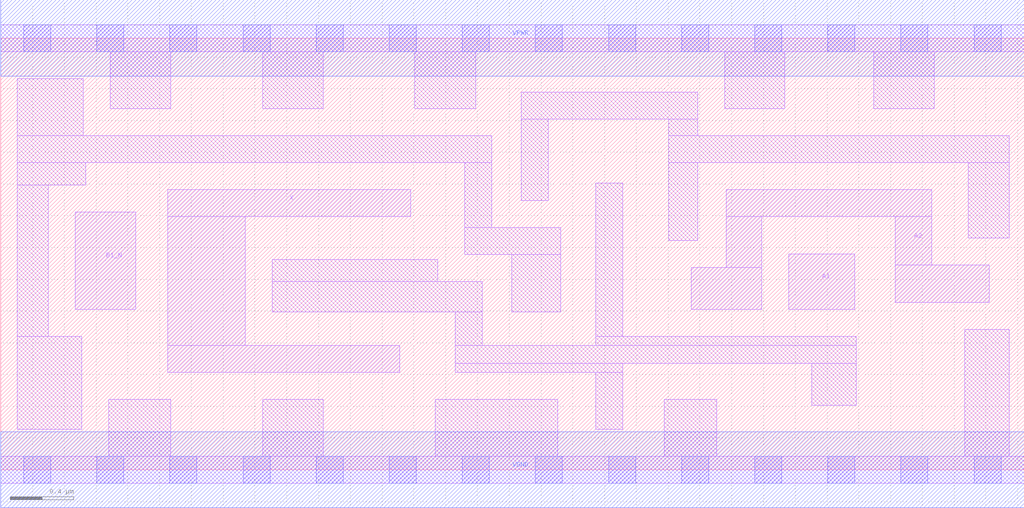
<source format=lef>
# Copyright 2020 The SkyWater PDK Authors
#
# Licensed under the Apache License, Version 2.0 (the "License");
# you may not use this file except in compliance with the License.
# You may obtain a copy of the License at
#
#     https://www.apache.org/licenses/LICENSE-2.0
#
# Unless required by applicable law or agreed to in writing, software
# distributed under the License is distributed on an "AS IS" BASIS,
# WITHOUT WARRANTIES OR CONDITIONS OF ANY KIND, either express or implied.
# See the License for the specific language governing permissions and
# limitations under the License.
#
# SPDX-License-Identifier: Apache-2.0

VERSION 5.7 ;
  NAMESCASESENSITIVE ON ;
  NOWIREEXTENSIONATPIN ON ;
  DIVIDERCHAR "/" ;
  BUSBITCHARS "[]" ;
UNITS
  DATABASE MICRONS 200 ;
END UNITS
PROPERTYDEFINITIONS
  MACRO maskLayoutSubType STRING ;
  MACRO prCellType STRING ;
  MACRO originalViewName STRING ;
END PROPERTYDEFINITIONS
MACRO sky130_fd_sc_hdll__a21bo_4
  CLASS CORE ;
  FOREIGN sky130_fd_sc_hdll__a21bo_4 ;
  ORIGIN  0.000000  0.000000 ;
  SIZE  6.440000 BY  2.720000 ;
  SYMMETRY X Y R90 ;
  SITE unithd ;
  PIN A1
    ANTENNAGATEAREA  0.555000 ;
    DIRECTION INPUT ;
    USE SIGNAL ;
    PORT
      LAYER li1 ;
        RECT 4.960000 1.010000 5.375000 1.360000 ;
    END
  END A1
  PIN A2
    ANTENNAGATEAREA  0.555000 ;
    DIRECTION INPUT ;
    USE SIGNAL ;
    PORT
      LAYER li1 ;
        RECT 4.345000 1.010000 4.790000 1.275000 ;
        RECT 4.565000 1.275000 4.790000 1.595000 ;
        RECT 4.565000 1.595000 5.860000 1.765000 ;
        RECT 5.630000 1.055000 6.220000 1.290000 ;
        RECT 5.630000 1.290000 5.860000 1.595000 ;
    END
  END A2
  PIN B1_N
    ANTENNAGATEAREA  0.277500 ;
    DIRECTION INPUT ;
    USE SIGNAL ;
    PORT
      LAYER li1 ;
        RECT 0.470000 1.010000 0.850000 1.625000 ;
    END
  END B1_N
  PIN VGND
    ANTENNADIFFAREA  1.423500 ;
    DIRECTION INOUT ;
    USE SIGNAL ;
    PORT
      LAYER met1 ;
        RECT 0.000000 -0.240000 6.440000 0.240000 ;
    END
  END VGND
  PIN VPWR
    ANTENNADIFFAREA  1.470000 ;
    DIRECTION INOUT ;
    USE SIGNAL ;
    PORT
      LAYER met1 ;
        RECT 0.000000 2.480000 6.440000 2.960000 ;
    END
  END VPWR
  PIN X
    ANTENNADIFFAREA  1.029000 ;
    DIRECTION OUTPUT ;
    USE SIGNAL ;
    PORT
      LAYER li1 ;
        RECT 1.050000 0.615000 2.510000 0.785000 ;
        RECT 1.050000 0.785000 1.540000 1.595000 ;
        RECT 1.050000 1.595000 2.580000 1.765000 ;
    END
  END X
  OBS
    LAYER li1 ;
      RECT 0.000000 -0.085000 6.440000 0.085000 ;
      RECT 0.000000  2.635000 6.440000 2.805000 ;
      RECT 0.105000  0.255000 0.510000 0.840000 ;
      RECT 0.105000  0.840000 0.300000 1.795000 ;
      RECT 0.105000  1.795000 0.535000 1.935000 ;
      RECT 0.105000  1.935000 3.090000 2.105000 ;
      RECT 0.105000  2.105000 0.520000 2.465000 ;
      RECT 0.680000  0.085000 1.070000 0.445000 ;
      RECT 0.690000  2.275000 1.070000 2.635000 ;
      RECT 1.650000  0.085000 2.030000 0.445000 ;
      RECT 1.650000  2.275000 2.030000 2.635000 ;
      RECT 1.710000  0.995000 3.030000 1.185000 ;
      RECT 1.710000  1.185000 2.750000 1.325000 ;
      RECT 2.605000  2.275000 2.990000 2.635000 ;
      RECT 2.735000  0.085000 3.505000 0.445000 ;
      RECT 2.860000  0.615000 3.915000 0.670000 ;
      RECT 2.860000  0.670000 5.385000 0.785000 ;
      RECT 2.860000  0.785000 3.030000 0.995000 ;
      RECT 2.920000  1.355000 3.525000 1.525000 ;
      RECT 2.920000  1.525000 3.090000 1.935000 ;
      RECT 3.215000  0.995000 3.525000 1.355000 ;
      RECT 3.275000  1.695000 3.445000 2.210000 ;
      RECT 3.275000  2.210000 4.385000 2.380000 ;
      RECT 3.745000  0.255000 3.915000 0.615000 ;
      RECT 3.745000  0.785000 5.385000 0.840000 ;
      RECT 3.745000  0.840000 3.915000 1.805000 ;
      RECT 4.175000  0.085000 4.505000 0.445000 ;
      RECT 4.205000  1.445000 4.385000 1.935000 ;
      RECT 4.205000  1.935000 6.345000 2.105000 ;
      RECT 4.205000  2.105000 4.385000 2.210000 ;
      RECT 4.555000  2.275000 4.935000 2.635000 ;
      RECT 5.105000  0.405000 5.385000 0.670000 ;
      RECT 5.495000  2.275000 5.875000 2.635000 ;
      RECT 6.065000  0.085000 6.345000 0.885000 ;
      RECT 6.090000  1.460000 6.345000 1.935000 ;
    LAYER mcon ;
      RECT 0.145000 -0.085000 0.315000 0.085000 ;
      RECT 0.145000  2.635000 0.315000 2.805000 ;
      RECT 0.605000 -0.085000 0.775000 0.085000 ;
      RECT 0.605000  2.635000 0.775000 2.805000 ;
      RECT 1.065000 -0.085000 1.235000 0.085000 ;
      RECT 1.065000  2.635000 1.235000 2.805000 ;
      RECT 1.525000 -0.085000 1.695000 0.085000 ;
      RECT 1.525000  2.635000 1.695000 2.805000 ;
      RECT 1.985000 -0.085000 2.155000 0.085000 ;
      RECT 1.985000  2.635000 2.155000 2.805000 ;
      RECT 2.445000 -0.085000 2.615000 0.085000 ;
      RECT 2.445000  2.635000 2.615000 2.805000 ;
      RECT 2.905000 -0.085000 3.075000 0.085000 ;
      RECT 2.905000  2.635000 3.075000 2.805000 ;
      RECT 3.365000 -0.085000 3.535000 0.085000 ;
      RECT 3.365000  2.635000 3.535000 2.805000 ;
      RECT 3.825000 -0.085000 3.995000 0.085000 ;
      RECT 3.825000  2.635000 3.995000 2.805000 ;
      RECT 4.285000 -0.085000 4.455000 0.085000 ;
      RECT 4.285000  2.635000 4.455000 2.805000 ;
      RECT 4.745000 -0.085000 4.915000 0.085000 ;
      RECT 4.745000  2.635000 4.915000 2.805000 ;
      RECT 5.205000 -0.085000 5.375000 0.085000 ;
      RECT 5.205000  2.635000 5.375000 2.805000 ;
      RECT 5.665000 -0.085000 5.835000 0.085000 ;
      RECT 5.665000  2.635000 5.835000 2.805000 ;
      RECT 6.125000 -0.085000 6.295000 0.085000 ;
      RECT 6.125000  2.635000 6.295000 2.805000 ;
  END
  PROPERTY maskLayoutSubType "abstract" ;
  PROPERTY prCellType "standard" ;
  PROPERTY originalViewName "layout" ;
END sky130_fd_sc_hdll__a21bo_4

</source>
